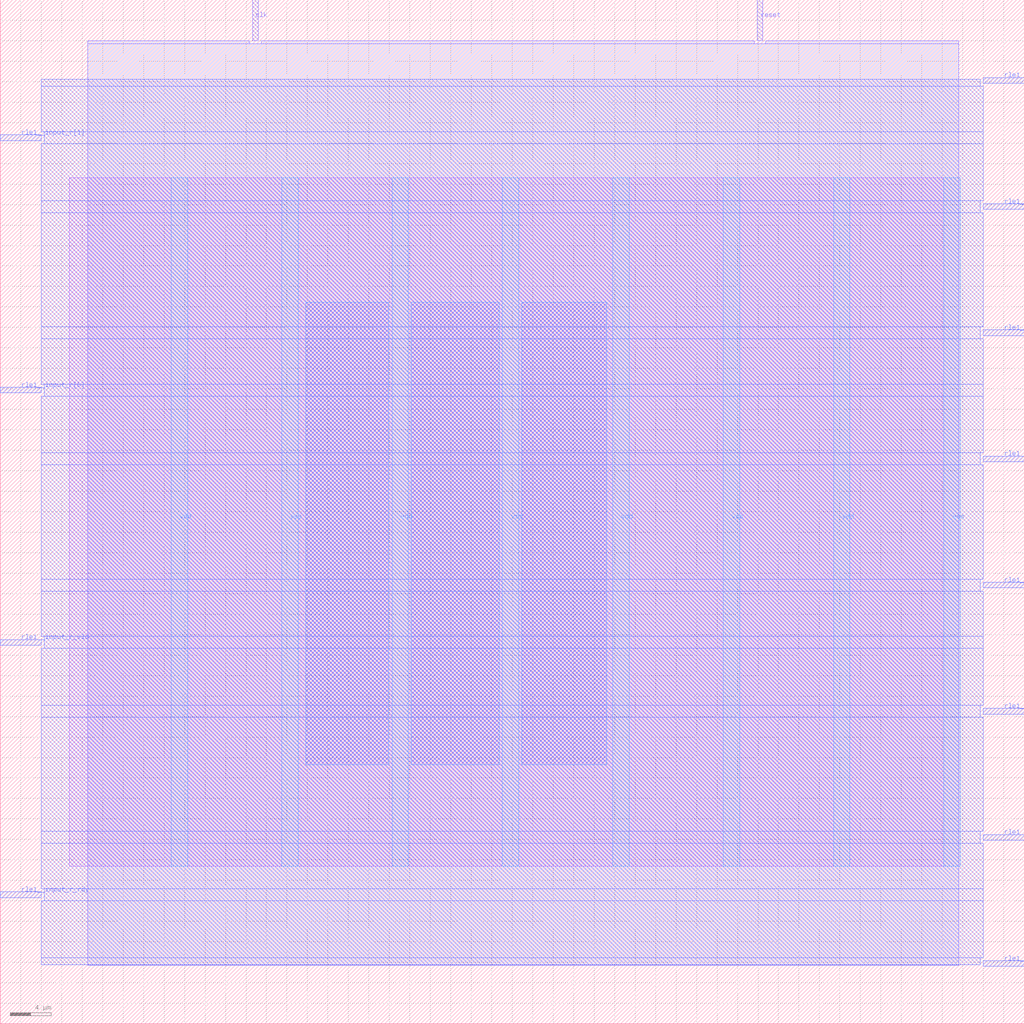
<source format=lef>
VERSION 5.7 ;
  NOWIREEXTENSIONATPIN ON ;
  DIVIDERCHAR "/" ;
  BUSBITCHARS "[]" ;
MACRO rle1_enc_wrap
  CLASS BLOCK ;
  FOREIGN rle1_enc_wrap ;
  ORIGIN 0.000 0.000 ;
  SIZE 100.000 BY 100.000 ;
  PIN clk
    DIRECTION INPUT ;
    USE SIGNAL ;
    ANTENNAGATEAREA 4.738000 ;
    ANTENNADIFFAREA 0.410400 ;
    PORT
      LAYER Metal2 ;
        RECT 24.640 96.000 25.200 100.000 ;
    END
  END clk
  PIN reset
    DIRECTION INPUT ;
    USE SIGNAL ;
    ANTENNAGATEAREA 0.741000 ;
    ANTENNADIFFAREA 0.410400 ;
    PORT
      LAYER Metal2 ;
        RECT 73.920 96.000 74.480 100.000 ;
    END
  END reset
  PIN rle1__input_r[0]
    DIRECTION INPUT ;
    USE SIGNAL ;
    ANTENNAGATEAREA 0.741000 ;
    ANTENNADIFFAREA 0.410400 ;
    PORT
      LAYER Metal3 ;
        RECT 0.000 61.600 4.000 62.160 ;
    END
  END rle1__input_r[0]
  PIN rle1__input_r[1]
    DIRECTION INPUT ;
    USE SIGNAL ;
    ANTENNAGATEAREA 0.741000 ;
    ANTENNADIFFAREA 0.410400 ;
    PORT
      LAYER Metal3 ;
        RECT 0.000 86.240 4.000 86.800 ;
    END
  END rle1__input_r[1]
  PIN rle1__input_r_rdy
    DIRECTION OUTPUT TRISTATE ;
    USE SIGNAL ;
    ANTENNADIFFAREA 4.731200 ;
    PORT
      LAYER Metal3 ;
        RECT 0.000 12.320 4.000 12.880 ;
    END
  END rle1__input_r_rdy
  PIN rle1__input_r_vld
    DIRECTION INPUT ;
    USE SIGNAL ;
    ANTENNAGATEAREA 0.741000 ;
    ANTENNADIFFAREA 0.410400 ;
    PORT
      LAYER Metal3 ;
        RECT 0.000 36.960 4.000 37.520 ;
    END
  END rle1__input_r_vld
  PIN rle1__output_s[0]
    DIRECTION OUTPUT TRISTATE ;
    USE SIGNAL ;
    ANTENNADIFFAREA 4.731200 ;
    PORT
      LAYER Metal3 ;
        RECT 96.000 30.240 100.000 30.800 ;
    END
  END rle1__output_s[0]
  PIN rle1__output_s[1]
    DIRECTION OUTPUT TRISTATE ;
    USE SIGNAL ;
    ANTENNADIFFAREA 4.731200 ;
    PORT
      LAYER Metal3 ;
        RECT 96.000 42.560 100.000 43.120 ;
    END
  END rle1__output_s[1]
  PIN rle1__output_s[2]
    DIRECTION OUTPUT TRISTATE ;
    USE SIGNAL ;
    ANTENNADIFFAREA 4.731200 ;
    PORT
      LAYER Metal3 ;
        RECT 96.000 54.880 100.000 55.440 ;
    END
  END rle1__output_s[2]
  PIN rle1__output_s[3]
    DIRECTION OUTPUT TRISTATE ;
    USE SIGNAL ;
    ANTENNADIFFAREA 4.731200 ;
    PORT
      LAYER Metal3 ;
        RECT 96.000 67.200 100.000 67.760 ;
    END
  END rle1__output_s[3]
  PIN rle1__output_s[4]
    DIRECTION OUTPUT TRISTATE ;
    USE SIGNAL ;
    ANTENNADIFFAREA 4.731200 ;
    PORT
      LAYER Metal3 ;
        RECT 96.000 79.520 100.000 80.080 ;
    END
  END rle1__output_s[4]
  PIN rle1__output_s[5]
    DIRECTION OUTPUT TRISTATE ;
    USE SIGNAL ;
    ANTENNADIFFAREA 4.731200 ;
    PORT
      LAYER Metal3 ;
        RECT 96.000 91.840 100.000 92.400 ;
    END
  END rle1__output_s[5]
  PIN rle1__output_s_rdy
    DIRECTION INPUT ;
    USE SIGNAL ;
    ANTENNAGATEAREA 0.741000 ;
    ANTENNADIFFAREA 0.410400 ;
    PORT
      LAYER Metal3 ;
        RECT 96.000 5.600 100.000 6.160 ;
    END
  END rle1__output_s_rdy
  PIN rle1__output_s_vld
    DIRECTION OUTPUT TRISTATE ;
    USE SIGNAL ;
    ANTENNADIFFAREA 4.731200 ;
    PORT
      LAYER Metal3 ;
        RECT 96.000 17.920 100.000 18.480 ;
    END
  END rle1__output_s_vld
  PIN vdd
    DIRECTION INOUT ;
    USE POWER ;
    PORT
      LAYER Metal4 ;
        RECT 16.700 15.380 18.300 82.620 ;
    END
    PORT
      LAYER Metal4 ;
        RECT 38.260 15.380 39.860 82.620 ;
    END
    PORT
      LAYER Metal4 ;
        RECT 59.820 15.380 61.420 82.620 ;
    END
    PORT
      LAYER Metal4 ;
        RECT 81.380 15.380 82.980 82.620 ;
    END
  END vdd
  PIN vss
    DIRECTION INOUT ;
    USE GROUND ;
    PORT
      LAYER Metal4 ;
        RECT 27.480 15.380 29.080 82.620 ;
    END
    PORT
      LAYER Metal4 ;
        RECT 49.040 15.380 50.640 82.620 ;
    END
    PORT
      LAYER Metal4 ;
        RECT 70.600 15.380 72.200 82.620 ;
    END
    PORT
      LAYER Metal4 ;
        RECT 92.160 15.380 93.760 82.620 ;
    END
  END vss
  OBS
      LAYER Metal1 ;
        RECT 6.720 15.380 93.760 82.620 ;
      LAYER Metal2 ;
        RECT 8.540 95.700 24.340 96.000 ;
        RECT 25.500 95.700 73.620 96.000 ;
        RECT 74.780 95.700 93.620 96.000 ;
        RECT 8.540 5.690 93.620 95.700 ;
      LAYER Metal3 ;
        RECT 4.000 91.540 95.700 92.260 ;
        RECT 4.000 87.100 96.000 91.540 ;
        RECT 4.300 85.940 96.000 87.100 ;
        RECT 4.000 80.380 96.000 85.940 ;
        RECT 4.000 79.220 95.700 80.380 ;
        RECT 4.000 68.060 96.000 79.220 ;
        RECT 4.000 66.900 95.700 68.060 ;
        RECT 4.000 62.460 96.000 66.900 ;
        RECT 4.300 61.300 96.000 62.460 ;
        RECT 4.000 55.740 96.000 61.300 ;
        RECT 4.000 54.580 95.700 55.740 ;
        RECT 4.000 43.420 96.000 54.580 ;
        RECT 4.000 42.260 95.700 43.420 ;
        RECT 4.000 37.820 96.000 42.260 ;
        RECT 4.300 36.660 96.000 37.820 ;
        RECT 4.000 31.100 96.000 36.660 ;
        RECT 4.000 29.940 95.700 31.100 ;
        RECT 4.000 18.780 96.000 29.940 ;
        RECT 4.000 17.620 95.700 18.780 ;
        RECT 4.000 13.180 96.000 17.620 ;
        RECT 4.300 12.020 96.000 13.180 ;
        RECT 4.000 6.460 96.000 12.020 ;
        RECT 4.000 5.740 95.700 6.460 ;
      LAYER Metal4 ;
        RECT 29.820 25.290 37.960 70.470 ;
        RECT 40.160 25.290 48.740 70.470 ;
        RECT 50.940 25.290 59.220 70.470 ;
  END
END rle1_enc_wrap
END LIBRARY


</source>
